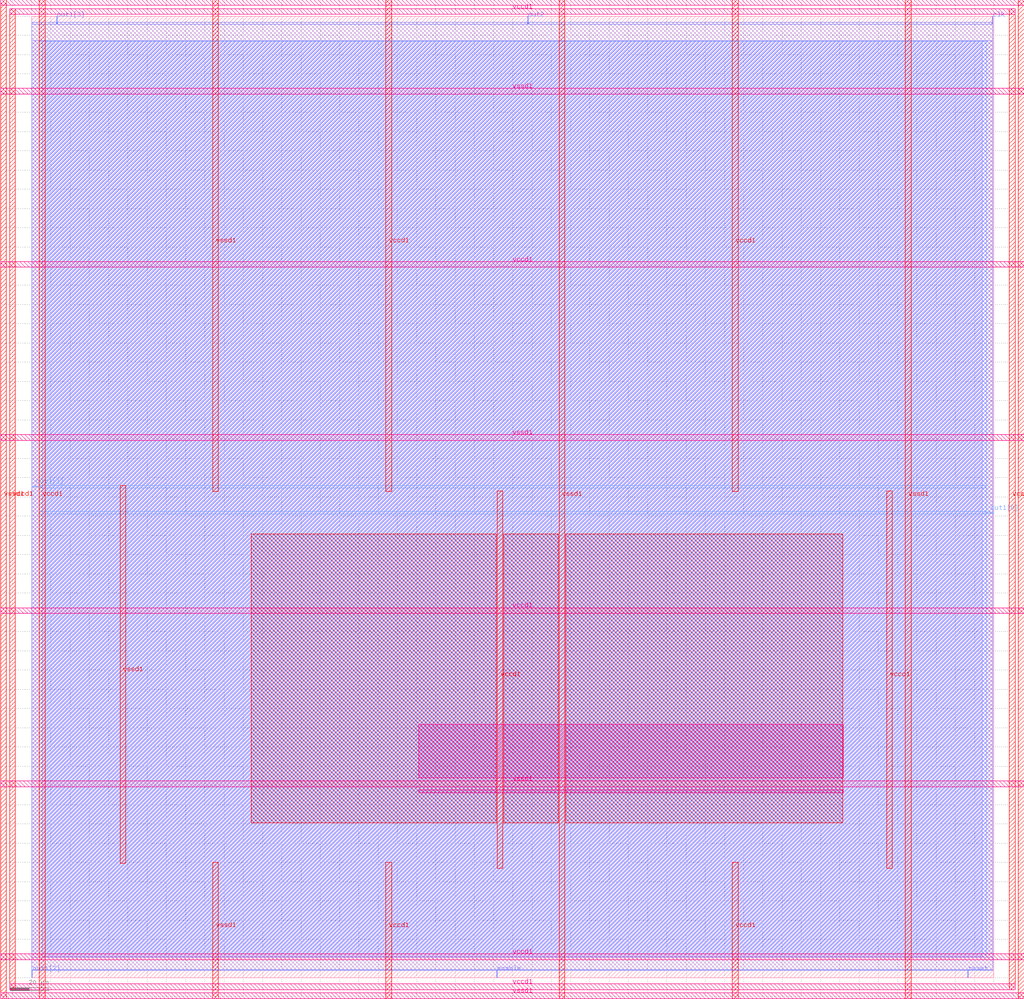
<source format=lef>
VERSION 5.7 ;
  NOWIREEXTENSIONATPIN ON ;
  DIVIDERCHAR "/" ;
  BUSBITCHARS "[]" ;
MACRO core_cells
  CLASS BLOCK ;
  FOREIGN core_cells ;
  ORIGIN 0.000 0.000 ;
  SIZE 500.000 BY 500.000 ;
  PIN clk
    DIRECTION INPUT ;
    USE SIGNAL ;
    PORT
      LAYER met2 ;
        RECT 499.190 496.000 499.470 500.000 ;
    END
  END clk
  PIN enable
    DIRECTION INPUT ;
    USE SIGNAL ;
    PORT
      LAYER met2 ;
        RECT 241.590 0.000 241.870 4.000 ;
    END
  END enable
  PIN out1[0]
    DIRECTION OUTPUT TRISTATE ;
    USE SIGNAL ;
    PORT
      LAYER met3 ;
        RECT 496.000 241.440 500.000 242.040 ;
    END
  END out1[0]
  PIN out1[1]
    DIRECTION OUTPUT TRISTATE ;
    USE SIGNAL ;
    PORT
      LAYER met3 ;
        RECT 0.000 255.040 4.000 255.640 ;
    END
  END out1[1]
  PIN out1[2]
    DIRECTION OUTPUT TRISTATE ;
    USE SIGNAL ;
    PORT
      LAYER met2 ;
        RECT 0.090 0.000 0.370 4.000 ;
    END
  END out1[2]
  PIN out1[3]
    DIRECTION OUTPUT TRISTATE ;
    USE SIGNAL ;
    PORT
      LAYER met2 ;
        RECT 12.970 496.000 13.250 500.000 ;
    END
  END out1[3]
  PIN out2
    DIRECTION OUTPUT TRISTATE ;
    USE SIGNAL ;
    PORT
      LAYER met2 ;
        RECT 257.690 496.000 257.970 500.000 ;
    END
  END out2
  PIN reset
    DIRECTION INPUT ;
    USE SIGNAL ;
    PORT
      LAYER met2 ;
        RECT 486.310 0.000 486.590 4.000 ;
    END
  END reset
  PIN vccd1
    DIRECTION INOUT ;
    USE POWER ;
    PORT
      LAYER met4 ;
        RECT -11.480 -6.120 -8.480 503.880 ;
    END
    PORT
      LAYER met5 ;
        RECT -11.480 -6.120 511.040 -3.120 ;
    END
    PORT
      LAYER met5 ;
        RECT -11.480 500.880 511.040 503.880 ;
    END
    PORT
      LAYER met4 ;
        RECT 508.040 -6.120 511.040 503.880 ;
    END
    PORT
      LAYER met4 ;
        RECT 4.020 -10.820 7.020 508.580 ;
    END
    PORT
      LAYER met4 ;
        RECT 184.020 -10.820 187.020 60.000 ;
    END
    PORT
      LAYER met4 ;
        RECT 184.020 252.940 187.020 508.580 ;
    END
    PORT
      LAYER met4 ;
        RECT 364.020 -10.820 367.020 60.000 ;
    END
    PORT
      LAYER met4 ;
        RECT 364.020 252.940 367.020 508.580 ;
    END
    PORT
      LAYER met5 ;
        RECT -16.180 9.380 515.740 12.380 ;
    END
    PORT
      LAYER met5 ;
        RECT -16.180 189.380 515.740 192.380 ;
    END
    PORT
      LAYER met5 ;
        RECT -16.180 369.380 515.740 372.380 ;
    END
    PORT
      LAYER met4 ;
        RECT 241.840 56.880 244.840 253.200 ;
    END
    PORT
      LAYER met4 ;
        RECT 444.240 56.880 447.240 253.200 ;
    END
  END vccd1
  PIN vssd1
    DIRECTION INOUT ;
    USE GROUND ;
    PORT
      LAYER met4 ;
        RECT -16.180 -10.820 -13.180 508.580 ;
    END
    PORT
      LAYER met5 ;
        RECT -16.180 -10.820 515.740 -7.820 ;
    END
    PORT
      LAYER met5 ;
        RECT -16.180 505.580 515.740 508.580 ;
    END
    PORT
      LAYER met4 ;
        RECT 512.740 -10.820 515.740 508.580 ;
    END
    PORT
      LAYER met4 ;
        RECT 94.020 -10.820 97.020 60.000 ;
    END
    PORT
      LAYER met4 ;
        RECT 94.020 252.940 97.020 508.580 ;
    END
    PORT
      LAYER met4 ;
        RECT 274.020 -10.820 277.020 508.580 ;
    END
    PORT
      LAYER met4 ;
        RECT 454.020 -10.820 457.020 508.580 ;
    END
    PORT
      LAYER met5 ;
        RECT -16.180 99.380 515.740 102.380 ;
    END
    PORT
      LAYER met5 ;
        RECT -16.180 279.380 515.740 282.380 ;
    END
    PORT
      LAYER met5 ;
        RECT -16.180 459.380 515.740 462.380 ;
    END
    PORT
      LAYER met4 ;
        RECT 45.880 59.600 48.880 255.920 ;
    END
  END vssd1
  OBS
      LAYER li1 ;
        RECT 5.520 10.795 494.040 486.965 ;
      LAYER met1 ;
        RECT 0.070 10.640 499.490 487.120 ;
      LAYER met2 ;
        RECT 0.100 495.720 12.690 496.810 ;
        RECT 13.530 495.720 257.410 496.810 ;
        RECT 258.250 495.720 498.910 496.810 ;
        RECT 0.100 4.280 499.460 495.720 ;
        RECT 0.650 4.000 241.310 4.280 ;
        RECT 242.150 4.000 486.030 4.280 ;
        RECT 486.870 4.000 499.460 4.280 ;
      LAYER met3 ;
        RECT 4.000 256.040 496.000 487.045 ;
        RECT 4.400 254.640 496.000 256.040 ;
        RECT 4.000 242.440 496.000 254.640 ;
        RECT 4.000 241.040 495.600 242.440 ;
        RECT 4.000 10.715 496.000 241.040 ;
      LAYER met4 ;
        RECT 114.150 80.640 241.440 230.720 ;
        RECT 245.240 80.640 273.620 230.720 ;
        RECT 277.420 80.640 421.490 230.720 ;
      LAYER met5 ;
        RECT 201.140 103.980 421.700 131.700 ;
        RECT 201.140 96.100 421.700 97.780 ;
  END
END core_cells
END LIBRARY


</source>
